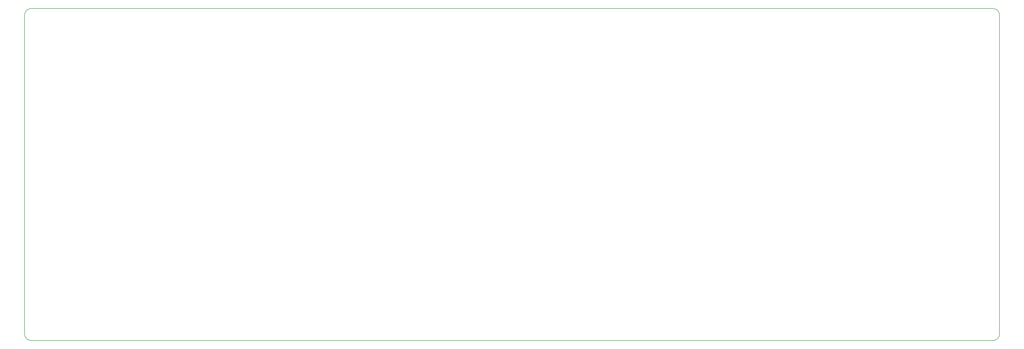
<source format=gbr>
G04 #@! TF.GenerationSoftware,KiCad,Pcbnew,(5.0.1)-3*
G04 #@! TF.CreationDate,2019-03-15T23:25:09+01:00*
G04 #@! TF.ProjectId,OC64,4F4336342E6B696361645F7063620000,rev?*
G04 #@! TF.SameCoordinates,Original*
G04 #@! TF.FileFunction,Profile,NP*
%FSLAX46Y46*%
G04 Gerber Fmt 4.6, Leading zero omitted, Abs format (unit mm)*
G04 Created by KiCad (PCBNEW (5.0.1)-3) date 15/03/2019 23:25:09*
%MOMM*%
%LPD*%
G01*
G04 APERTURE LIST*
%ADD10C,0.150000*%
G04 APERTURE END LIST*
D10*
X382880009Y-60220363D02*
X27478148Y-60220363D01*
X382880009Y-60220363D02*
G75*
G02X385261261Y-62601615I0J-2381252D01*
G01*
X385261261Y-180473589D02*
G75*
G02X382880009Y-182854841I-2381252J0D01*
G01*
X27478148Y-182854841D02*
G75*
G02X25096896Y-180473589I0J2381252D01*
G01*
X25096896Y-62601615D02*
G75*
G02X27478148Y-60220363I2381252J0D01*
G01*
X385261261Y-180473589D02*
X385261261Y-62601615D01*
X25096896Y-62601615D02*
X25096896Y-180473589D01*
X382880009Y-182854841D02*
X27478148Y-182854841D01*
M02*

</source>
